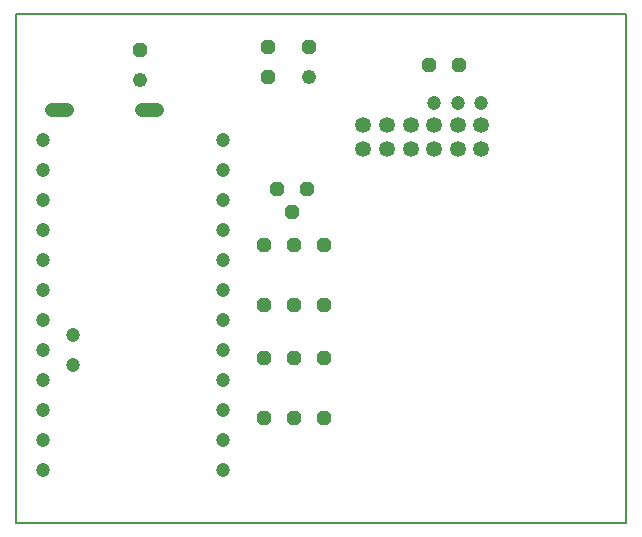
<source format=gtl>
G75*
%MOIN*%
%OFA0B0*%
%FSLAX24Y24*%
%IPPOS*%
%LPD*%
%AMOC8*
5,1,8,0,0,1.08239X$1,22.5*
%
%ADD10C,0.0080*%
%ADD11OC8,0.0480*%
%ADD12C,0.0480*%
%ADD13C,0.0472*%
%ADD14C,0.0480*%
%ADD15C,0.0531*%
D10*
X003400Y002400D02*
X023701Y002400D01*
X023701Y019382D01*
X003400Y019382D01*
X003400Y002400D01*
D11*
X011650Y005900D03*
X012650Y005900D03*
X013650Y005900D03*
X013650Y007900D03*
X012650Y007900D03*
X011650Y007900D03*
X011650Y009650D03*
X012650Y009650D03*
X013650Y009650D03*
X013650Y011650D03*
X012650Y011650D03*
X011650Y011650D03*
X012588Y012775D03*
X013088Y013525D03*
X012088Y013525D03*
X011775Y017283D03*
X011775Y018283D03*
X013151Y018278D03*
X017150Y017650D03*
X018150Y017650D03*
X007521Y018151D03*
D12*
X007521Y017151D03*
X013151Y017278D03*
D13*
X010275Y015150D03*
X010275Y014150D03*
X010275Y013150D03*
X010275Y012150D03*
X010275Y011150D03*
X010275Y010150D03*
X010275Y009150D03*
X010275Y008150D03*
X010275Y007150D03*
X010275Y006150D03*
X010275Y005150D03*
X010275Y004150D03*
X004275Y004150D03*
X004275Y005150D03*
X004275Y006150D03*
X004275Y007150D03*
X005275Y007650D03*
X004275Y008150D03*
X005275Y008650D03*
X004275Y009150D03*
X004275Y010150D03*
X004275Y011150D03*
X004275Y012150D03*
X004275Y013150D03*
X004275Y014150D03*
X004275Y015150D03*
X017325Y016400D03*
X018112Y016400D03*
X018900Y016400D03*
D14*
X008078Y016150D02*
X007598Y016150D01*
X005078Y016150D02*
X004598Y016150D01*
D15*
X014963Y015650D03*
X015750Y015650D03*
X016538Y015650D03*
X017325Y015650D03*
X018113Y015650D03*
X018900Y015650D03*
X018900Y014863D03*
X018113Y014863D03*
X017325Y014863D03*
X016538Y014863D03*
X015750Y014863D03*
X014963Y014863D03*
M02*

</source>
